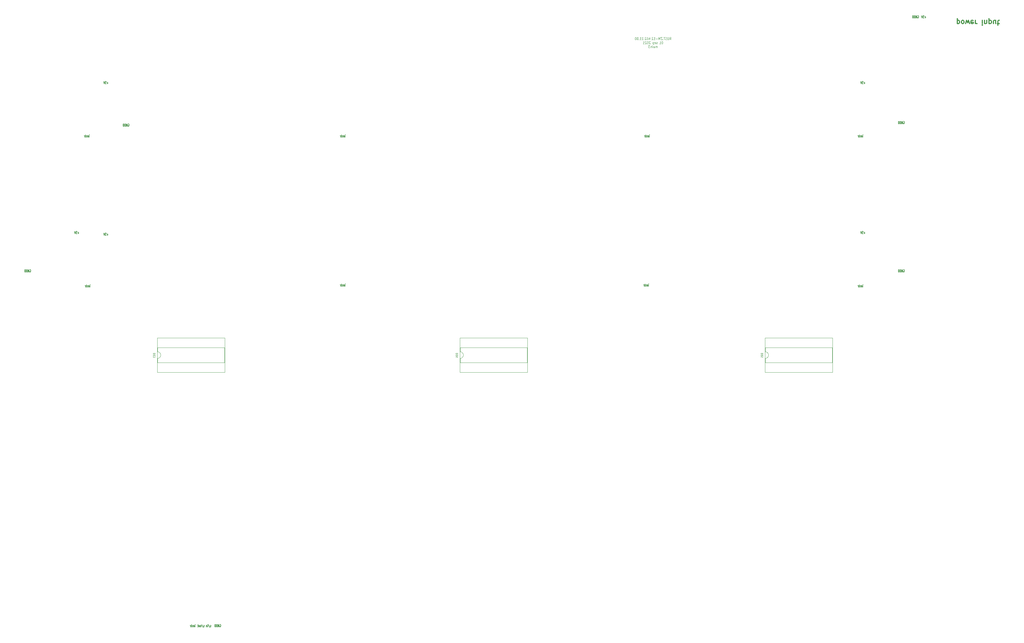
<source format=gbr>
%TF.GenerationSoftware,KiCad,Pcbnew,(5.99.0-12218-g749d2d5987)*%
%TF.CreationDate,2021-09-14T22:45:12+03:00*%
%TF.ProjectId,stend_main,7374656e-645f-46d6-9169-6e2e6b696361,rev*%
%TF.SameCoordinates,PX258bd10PYee998b0*%
%TF.FileFunction,Legend,Bot*%
%TF.FilePolarity,Positive*%
%FSLAX46Y46*%
G04 Gerber Fmt 4.6, Leading zero omitted, Abs format (unit mm)*
G04 Created by KiCad (PCBNEW (5.99.0-12218-g749d2d5987)) date 2021-09-14 22:45:12*
%MOMM*%
%LPD*%
G01*
G04 APERTURE LIST*
%ADD10C,0.127000*%
%ADD11C,0.076200*%
%ADD12C,0.300000*%
G04 APERTURE END LIST*
D10*
X22835809Y151547286D02*
X22835809Y152055286D01*
X22835809Y152309286D02*
X22860000Y152273000D01*
X22835809Y152236715D01*
X22811619Y152273000D01*
X22835809Y152309286D01*
X22835809Y152236715D01*
X22593904Y152055286D02*
X22593904Y151547286D01*
X22593904Y151982715D02*
X22569714Y152019000D01*
X22521333Y152055286D01*
X22448761Y152055286D01*
X22400380Y152019000D01*
X22376190Y151946429D01*
X22376190Y151547286D01*
X22158476Y151583572D02*
X22110095Y151547286D01*
X22013333Y151547286D01*
X21964952Y151583572D01*
X21940761Y151656143D01*
X21940761Y151692429D01*
X21964952Y151765000D01*
X22013333Y151801286D01*
X22085904Y151801286D01*
X22134285Y151837572D01*
X22158476Y151910143D01*
X22158476Y151946429D01*
X22134285Y152019000D01*
X22085904Y152055286D01*
X22013333Y152055286D01*
X21964952Y152019000D01*
X21795619Y152055286D02*
X21602095Y152055286D01*
X21723047Y152309286D02*
X21723047Y151656143D01*
X21698857Y151583572D01*
X21650476Y151547286D01*
X21602095Y151547286D01*
X21432761Y151547286D02*
X21432761Y152055286D01*
X21432761Y151910143D02*
X21408571Y151982715D01*
X21384380Y152019000D01*
X21336000Y152055286D01*
X21287619Y152055286D01*
X28593142Y168093572D02*
X28206095Y168093572D01*
X28399619Y167803286D02*
X28399619Y168383858D01*
X27722285Y168565286D02*
X27964190Y168565286D01*
X27988380Y168202429D01*
X27964190Y168238715D01*
X27915809Y168275000D01*
X27794857Y168275000D01*
X27746476Y168238715D01*
X27722285Y168202429D01*
X27698095Y168129858D01*
X27698095Y167948429D01*
X27722285Y167875858D01*
X27746476Y167839572D01*
X27794857Y167803286D01*
X27915809Y167803286D01*
X27964190Y167839572D01*
X27988380Y167875858D01*
X27552952Y168565286D02*
X27383619Y167803286D01*
X27214285Y168565286D01*
D11*
X199628880Y181222106D02*
X199840547Y181584963D01*
X199991738Y181222106D02*
X199991738Y181984106D01*
X199749833Y181984106D01*
X199689357Y181947820D01*
X199659119Y181911535D01*
X199628880Y181838963D01*
X199628880Y181730106D01*
X199659119Y181657535D01*
X199689357Y181621249D01*
X199749833Y181584963D01*
X199991738Y181584963D01*
X199356738Y181984106D02*
X199356738Y181367249D01*
X199326500Y181294678D01*
X199296261Y181258392D01*
X199235785Y181222106D01*
X199114833Y181222106D01*
X199054357Y181258392D01*
X199024119Y181294678D01*
X198993880Y181367249D01*
X198993880Y181984106D01*
X198721738Y181258392D02*
X198631023Y181222106D01*
X198479833Y181222106D01*
X198419357Y181258392D01*
X198389119Y181294678D01*
X198358880Y181367249D01*
X198358880Y181439820D01*
X198389119Y181512392D01*
X198419357Y181548678D01*
X198479833Y181584963D01*
X198600785Y181621249D01*
X198661261Y181657535D01*
X198691500Y181693820D01*
X198721738Y181766392D01*
X198721738Y181838963D01*
X198691500Y181911535D01*
X198661261Y181947820D01*
X198600785Y181984106D01*
X198449595Y181984106D01*
X198358880Y181947820D01*
X198177452Y181984106D02*
X197814595Y181984106D01*
X197996023Y181222106D02*
X197996023Y181984106D01*
X197602928Y181294678D02*
X197572690Y181258392D01*
X197602928Y181222106D01*
X197633166Y181258392D01*
X197602928Y181294678D01*
X197602928Y181222106D01*
X197361023Y181984106D02*
X196937690Y181984106D01*
X197361023Y181222106D01*
X196937690Y181222106D01*
X196695785Y181222106D02*
X196695785Y181984106D01*
X196484119Y181439820D01*
X196272452Y181984106D01*
X196272452Y181222106D01*
X195970071Y181512392D02*
X195486261Y181512392D01*
X194851261Y181222106D02*
X195214119Y181222106D01*
X195032690Y181222106D02*
X195032690Y181984106D01*
X195093166Y181875249D01*
X195153642Y181802678D01*
X195214119Y181766392D01*
X194609357Y181911535D02*
X194579119Y181947820D01*
X194518642Y181984106D01*
X194367452Y181984106D01*
X194306976Y181947820D01*
X194276738Y181911535D01*
X194246500Y181838963D01*
X194246500Y181766392D01*
X194276738Y181657535D01*
X194639595Y181222106D01*
X194246500Y181222106D01*
X193974357Y181294678D02*
X193944119Y181258392D01*
X193974357Y181222106D01*
X194004595Y181258392D01*
X193974357Y181294678D01*
X193974357Y181222106D01*
X193399833Y181730106D02*
X193399833Y181222106D01*
X193551023Y182020392D02*
X193702214Y181476106D01*
X193309119Y181476106D01*
X192946261Y181984106D02*
X192885785Y181984106D01*
X192825309Y181947820D01*
X192795071Y181911535D01*
X192764833Y181838963D01*
X192734595Y181693820D01*
X192734595Y181512392D01*
X192764833Y181367249D01*
X192795071Y181294678D01*
X192825309Y181258392D01*
X192885785Y181222106D01*
X192946261Y181222106D01*
X193006738Y181258392D01*
X193036976Y181294678D01*
X193067214Y181367249D01*
X193097452Y181512392D01*
X193097452Y181693820D01*
X193067214Y181838963D01*
X193036976Y181911535D01*
X193006738Y181947820D01*
X192946261Y181984106D01*
X192492690Y181911535D02*
X192462452Y181947820D01*
X192401976Y181984106D01*
X192250785Y181984106D01*
X192190309Y181947820D01*
X192160071Y181911535D01*
X192129833Y181838963D01*
X192129833Y181766392D01*
X192160071Y181657535D01*
X192522928Y181222106D01*
X192129833Y181222106D01*
X191857690Y181294678D02*
X191827452Y181258392D01*
X191857690Y181222106D01*
X191887928Y181258392D01*
X191857690Y181294678D01*
X191857690Y181222106D01*
X191222690Y181222106D02*
X191585547Y181222106D01*
X191404119Y181222106D02*
X191404119Y181984106D01*
X191464595Y181875249D01*
X191525071Y181802678D01*
X191585547Y181766392D01*
X190617928Y181222106D02*
X190980785Y181222106D01*
X190799357Y181222106D02*
X190799357Y181984106D01*
X190859833Y181875249D01*
X190920309Y181802678D01*
X190980785Y181766392D01*
X190345785Y181294678D02*
X190315547Y181258392D01*
X190345785Y181222106D01*
X190376023Y181258392D01*
X190345785Y181294678D01*
X190345785Y181222106D01*
X189922452Y181984106D02*
X189861976Y181984106D01*
X189801500Y181947820D01*
X189771261Y181911535D01*
X189741023Y181838963D01*
X189710785Y181693820D01*
X189710785Y181512392D01*
X189741023Y181367249D01*
X189771261Y181294678D01*
X189801500Y181258392D01*
X189861976Y181222106D01*
X189922452Y181222106D01*
X189982928Y181258392D01*
X190013166Y181294678D01*
X190043404Y181367249D01*
X190073642Y181512392D01*
X190073642Y181693820D01*
X190043404Y181838963D01*
X190013166Y181911535D01*
X189982928Y181947820D01*
X189922452Y181984106D01*
X189317690Y181984106D02*
X189257214Y181984106D01*
X189196738Y181947820D01*
X189166500Y181911535D01*
X189136261Y181838963D01*
X189106023Y181693820D01*
X189106023Y181512392D01*
X189136261Y181367249D01*
X189166500Y181294678D01*
X189196738Y181258392D01*
X189257214Y181222106D01*
X189317690Y181222106D01*
X189378166Y181258392D01*
X189408404Y181294678D01*
X189438642Y181367249D01*
X189468880Y181512392D01*
X189468880Y181693820D01*
X189438642Y181838963D01*
X189408404Y181911535D01*
X189378166Y181947820D01*
X189317690Y181984106D01*
X197406380Y180757286D02*
X197345904Y180757286D01*
X197285428Y180721000D01*
X197255190Y180684715D01*
X197224952Y180612143D01*
X197194714Y180467000D01*
X197194714Y180285572D01*
X197224952Y180140429D01*
X197255190Y180067858D01*
X197285428Y180031572D01*
X197345904Y179995286D01*
X197406380Y179995286D01*
X197466857Y180031572D01*
X197497095Y180067858D01*
X197527333Y180140429D01*
X197557571Y180285572D01*
X197557571Y180467000D01*
X197527333Y180612143D01*
X197497095Y180684715D01*
X197466857Y180721000D01*
X197406380Y180757286D01*
X196589952Y179995286D02*
X196952809Y179995286D01*
X196771380Y179995286D02*
X196771380Y180757286D01*
X196831857Y180648429D01*
X196892333Y180575858D01*
X196952809Y180539572D01*
X195864238Y180031572D02*
X195803761Y179995286D01*
X195682809Y179995286D01*
X195622333Y180031572D01*
X195592095Y180104143D01*
X195592095Y180140429D01*
X195622333Y180213000D01*
X195682809Y180249286D01*
X195773523Y180249286D01*
X195834000Y180285572D01*
X195864238Y180358143D01*
X195864238Y180394429D01*
X195834000Y180467000D01*
X195773523Y180503286D01*
X195682809Y180503286D01*
X195622333Y180467000D01*
X195078047Y180031572D02*
X195138523Y179995286D01*
X195259476Y179995286D01*
X195319952Y180031572D01*
X195350190Y180104143D01*
X195350190Y180394429D01*
X195319952Y180467000D01*
X195259476Y180503286D01*
X195138523Y180503286D01*
X195078047Y180467000D01*
X195047809Y180394429D01*
X195047809Y180321858D01*
X195350190Y180249286D01*
X194775666Y180503286D02*
X194775666Y179741286D01*
X194775666Y180467000D02*
X194715190Y180503286D01*
X194594238Y180503286D01*
X194533761Y180467000D01*
X194503523Y180430715D01*
X194473285Y180358143D01*
X194473285Y180140429D01*
X194503523Y180067858D01*
X194533761Y180031572D01*
X194594238Y179995286D01*
X194715190Y179995286D01*
X194775666Y180031572D01*
X193747571Y180684715D02*
X193717333Y180721000D01*
X193656857Y180757286D01*
X193505666Y180757286D01*
X193445190Y180721000D01*
X193414952Y180684715D01*
X193384714Y180612143D01*
X193384714Y180539572D01*
X193414952Y180430715D01*
X193777809Y179995286D01*
X193384714Y179995286D01*
X192991619Y180757286D02*
X192931142Y180757286D01*
X192870666Y180721000D01*
X192840428Y180684715D01*
X192810190Y180612143D01*
X192779952Y180467000D01*
X192779952Y180285572D01*
X192810190Y180140429D01*
X192840428Y180067858D01*
X192870666Y180031572D01*
X192931142Y179995286D01*
X192991619Y179995286D01*
X193052095Y180031572D01*
X193082333Y180067858D01*
X193112571Y180140429D01*
X193142809Y180285572D01*
X193142809Y180467000D01*
X193112571Y180612143D01*
X193082333Y180684715D01*
X193052095Y180721000D01*
X192991619Y180757286D01*
X192538047Y180684715D02*
X192507809Y180721000D01*
X192447333Y180757286D01*
X192296142Y180757286D01*
X192235666Y180721000D01*
X192205428Y180684715D01*
X192175190Y180612143D01*
X192175190Y180539572D01*
X192205428Y180430715D01*
X192568285Y179995286D01*
X192175190Y179995286D01*
X191570428Y179995286D02*
X191933285Y179995286D01*
X191751857Y179995286D02*
X191751857Y180757286D01*
X191812333Y180648429D01*
X191872809Y180575858D01*
X191933285Y180539572D01*
X195864238Y178768466D02*
X195864238Y179276466D01*
X195864238Y179203895D02*
X195834000Y179240180D01*
X195773523Y179276466D01*
X195682809Y179276466D01*
X195622333Y179240180D01*
X195592095Y179167609D01*
X195592095Y178768466D01*
X195592095Y179167609D02*
X195561857Y179240180D01*
X195501380Y179276466D01*
X195410666Y179276466D01*
X195350190Y179240180D01*
X195319952Y179167609D01*
X195319952Y178768466D01*
X194745428Y178768466D02*
X194745428Y179167609D01*
X194775666Y179240180D01*
X194836142Y179276466D01*
X194957095Y179276466D01*
X195017571Y179240180D01*
X194745428Y178804752D02*
X194805904Y178768466D01*
X194957095Y178768466D01*
X195017571Y178804752D01*
X195047809Y178877323D01*
X195047809Y178949895D01*
X195017571Y179022466D01*
X194957095Y179058752D01*
X194805904Y179058752D01*
X194745428Y179095038D01*
X194443047Y178768466D02*
X194443047Y179276466D01*
X194443047Y179530466D02*
X194473285Y179494180D01*
X194443047Y179457895D01*
X194412809Y179494180D01*
X194443047Y179530466D01*
X194443047Y179457895D01*
X194140666Y179276466D02*
X194140666Y178768466D01*
X194140666Y179203895D02*
X194110428Y179240180D01*
X194049952Y179276466D01*
X193959238Y179276466D01*
X193898761Y179240180D01*
X193868523Y179167609D01*
X193868523Y178768466D01*
X193626619Y179530466D02*
X193233523Y179530466D01*
X193445190Y179240180D01*
X193354476Y179240180D01*
X193294000Y179203895D01*
X193263761Y179167609D01*
X193233523Y179095038D01*
X193233523Y178913609D01*
X193263761Y178841038D01*
X193294000Y178804752D01*
X193354476Y178768466D01*
X193535904Y178768466D01*
X193596380Y178804752D01*
X193626619Y178841038D01*
D10*
X28593142Y121865572D02*
X28206095Y121865572D01*
X28399619Y121575286D02*
X28399619Y122155858D01*
X27722285Y122337286D02*
X27964190Y122337286D01*
X27988380Y121974429D01*
X27964190Y122010715D01*
X27915809Y122047000D01*
X27794857Y122047000D01*
X27746476Y122010715D01*
X27722285Y121974429D01*
X27698095Y121901858D01*
X27698095Y121720429D01*
X27722285Y121647858D01*
X27746476Y121611572D01*
X27794857Y121575286D01*
X27915809Y121575286D01*
X27964190Y121611572D01*
X27988380Y121647858D01*
X27552952Y122337286D02*
X27383619Y121575286D01*
X27214285Y122337286D01*
X55093809Y2195286D02*
X55093809Y2703286D01*
X55093809Y2957286D02*
X55118000Y2921000D01*
X55093809Y2884715D01*
X55069619Y2921000D01*
X55093809Y2957286D01*
X55093809Y2884715D01*
X54851904Y2703286D02*
X54851904Y2195286D01*
X54851904Y2630715D02*
X54827714Y2667000D01*
X54779333Y2703286D01*
X54706761Y2703286D01*
X54658380Y2667000D01*
X54634190Y2594429D01*
X54634190Y2195286D01*
X54416476Y2231572D02*
X54368095Y2195286D01*
X54271333Y2195286D01*
X54222952Y2231572D01*
X54198761Y2304143D01*
X54198761Y2340429D01*
X54222952Y2413000D01*
X54271333Y2449286D01*
X54343904Y2449286D01*
X54392285Y2485572D01*
X54416476Y2558143D01*
X54416476Y2594429D01*
X54392285Y2667000D01*
X54343904Y2703286D01*
X54271333Y2703286D01*
X54222952Y2667000D01*
X54053619Y2703286D02*
X53860095Y2703286D01*
X53981047Y2957286D02*
X53981047Y2304143D01*
X53956857Y2231572D01*
X53908476Y2195286D01*
X53860095Y2195286D01*
X53690761Y2195286D02*
X53690761Y2703286D01*
X53690761Y2558143D02*
X53666571Y2630715D01*
X53642380Y2667000D01*
X53594000Y2703286D01*
X53545619Y2703286D01*
X34677047Y155575000D02*
X34725428Y155611286D01*
X34798000Y155611286D01*
X34870571Y155575000D01*
X34918952Y155502429D01*
X34943142Y155429858D01*
X34967333Y155284715D01*
X34967333Y155175858D01*
X34943142Y155030715D01*
X34918952Y154958143D01*
X34870571Y154885572D01*
X34798000Y154849286D01*
X34749619Y154849286D01*
X34677047Y154885572D01*
X34652857Y154921858D01*
X34652857Y155175858D01*
X34749619Y155175858D01*
X34435142Y154849286D02*
X34435142Y155611286D01*
X34144857Y154849286D01*
X34144857Y155611286D01*
X33902952Y154849286D02*
X33902952Y155611286D01*
X33782000Y155611286D01*
X33709428Y155575000D01*
X33661047Y155502429D01*
X33636857Y155429858D01*
X33612666Y155284715D01*
X33612666Y155175858D01*
X33636857Y155030715D01*
X33661047Y154958143D01*
X33709428Y154885572D01*
X33782000Y154849286D01*
X33902952Y154849286D01*
X33394952Y154849286D02*
X33394952Y155611286D01*
X33274000Y155611286D01*
X33201428Y155575000D01*
X33153047Y155502429D01*
X33128857Y155429858D01*
X33104666Y155284715D01*
X33104666Y155175858D01*
X33128857Y155030715D01*
X33153047Y154958143D01*
X33201428Y154885572D01*
X33274000Y154849286D01*
X33394952Y154849286D01*
X258547809Y151547286D02*
X258547809Y152055286D01*
X258547809Y152309286D02*
X258572000Y152273000D01*
X258547809Y152236715D01*
X258523619Y152273000D01*
X258547809Y152309286D01*
X258547809Y152236715D01*
X258305904Y152055286D02*
X258305904Y151547286D01*
X258305904Y151982715D02*
X258281714Y152019000D01*
X258233333Y152055286D01*
X258160761Y152055286D01*
X258112380Y152019000D01*
X258088190Y151946429D01*
X258088190Y151547286D01*
X257870476Y151583572D02*
X257822095Y151547286D01*
X257725333Y151547286D01*
X257676952Y151583572D01*
X257652761Y151656143D01*
X257652761Y151692429D01*
X257676952Y151765000D01*
X257725333Y151801286D01*
X257797904Y151801286D01*
X257846285Y151837572D01*
X257870476Y151910143D01*
X257870476Y151946429D01*
X257846285Y152019000D01*
X257797904Y152055286D01*
X257725333Y152055286D01*
X257676952Y152019000D01*
X257507619Y152055286D02*
X257314095Y152055286D01*
X257435047Y152309286D02*
X257435047Y151656143D01*
X257410857Y151583572D01*
X257362476Y151547286D01*
X257314095Y151547286D01*
X257144761Y151547286D02*
X257144761Y152055286D01*
X257144761Y151910143D02*
X257120571Y151982715D01*
X257096380Y152019000D01*
X257048000Y152055286D01*
X256999619Y152055286D01*
X259225142Y122373572D02*
X258838095Y122373572D01*
X259031619Y122083286D02*
X259031619Y122663858D01*
X258354285Y122845286D02*
X258596190Y122845286D01*
X258620380Y122482429D01*
X258596190Y122518715D01*
X258547809Y122555000D01*
X258426857Y122555000D01*
X258378476Y122518715D01*
X258354285Y122482429D01*
X258330095Y122409858D01*
X258330095Y122228429D01*
X258354285Y122155858D01*
X258378476Y122119572D01*
X258426857Y122083286D01*
X258547809Y122083286D01*
X258596190Y122119572D01*
X258620380Y122155858D01*
X258184952Y122845286D02*
X258015619Y122083286D01*
X257846285Y122845286D01*
X62617047Y2921000D02*
X62665428Y2957286D01*
X62738000Y2957286D01*
X62810571Y2921000D01*
X62858952Y2848429D01*
X62883142Y2775858D01*
X62907333Y2630715D01*
X62907333Y2521858D01*
X62883142Y2376715D01*
X62858952Y2304143D01*
X62810571Y2231572D01*
X62738000Y2195286D01*
X62689619Y2195286D01*
X62617047Y2231572D01*
X62592857Y2267858D01*
X62592857Y2521858D01*
X62689619Y2521858D01*
X62375142Y2195286D02*
X62375142Y2957286D01*
X62084857Y2195286D01*
X62084857Y2957286D01*
X61842952Y2195286D02*
X61842952Y2957286D01*
X61722000Y2957286D01*
X61649428Y2921000D01*
X61601047Y2848429D01*
X61576857Y2775858D01*
X61552666Y2630715D01*
X61552666Y2521858D01*
X61576857Y2376715D01*
X61601047Y2304143D01*
X61649428Y2231572D01*
X61722000Y2195286D01*
X61842952Y2195286D01*
X61334952Y2195286D02*
X61334952Y2957286D01*
X61214000Y2957286D01*
X61141428Y2921000D01*
X61093047Y2848429D01*
X61068857Y2775858D01*
X61044666Y2630715D01*
X61044666Y2521858D01*
X61068857Y2376715D01*
X61093047Y2304143D01*
X61141428Y2231572D01*
X61214000Y2195286D01*
X61334952Y2195286D01*
X100813809Y151547286D02*
X100813809Y152055286D01*
X100813809Y152309286D02*
X100838000Y152273000D01*
X100813809Y152236715D01*
X100789619Y152273000D01*
X100813809Y152309286D01*
X100813809Y152236715D01*
X100571904Y152055286D02*
X100571904Y151547286D01*
X100571904Y151982715D02*
X100547714Y152019000D01*
X100499333Y152055286D01*
X100426761Y152055286D01*
X100378380Y152019000D01*
X100354190Y151946429D01*
X100354190Y151547286D01*
X100136476Y151583572D02*
X100088095Y151547286D01*
X99991333Y151547286D01*
X99942952Y151583572D01*
X99918761Y151656143D01*
X99918761Y151692429D01*
X99942952Y151765000D01*
X99991333Y151801286D01*
X100063904Y151801286D01*
X100112285Y151837572D01*
X100136476Y151910143D01*
X100136476Y151946429D01*
X100112285Y152019000D01*
X100063904Y152055286D01*
X99991333Y152055286D01*
X99942952Y152019000D01*
X99773619Y152055286D02*
X99580095Y152055286D01*
X99701047Y152309286D02*
X99701047Y151656143D01*
X99676857Y151583572D01*
X99628476Y151547286D01*
X99580095Y151547286D01*
X99410761Y151547286D02*
X99410761Y152055286D01*
X99410761Y151910143D02*
X99386571Y151982715D01*
X99362380Y152019000D01*
X99314000Y152055286D01*
X99265619Y152055286D01*
X19703142Y122373572D02*
X19316095Y122373572D01*
X19509619Y122083286D02*
X19509619Y122663858D01*
X18832285Y122845286D02*
X19074190Y122845286D01*
X19098380Y122482429D01*
X19074190Y122518715D01*
X19025809Y122555000D01*
X18904857Y122555000D01*
X18856476Y122518715D01*
X18832285Y122482429D01*
X18808095Y122409858D01*
X18808095Y122228429D01*
X18832285Y122155858D01*
X18856476Y122119572D01*
X18904857Y122083286D01*
X19025809Y122083286D01*
X19074190Y122119572D01*
X19098380Y122155858D01*
X18662952Y122845286D02*
X18493619Y122083286D01*
X18324285Y122845286D01*
D12*
X287288285Y186160572D02*
X287288285Y187660572D01*
X287288285Y186232000D02*
X287431142Y186160572D01*
X287716857Y186160572D01*
X287859714Y186232000D01*
X287931142Y186303429D01*
X288002571Y186446286D01*
X288002571Y186874858D01*
X287931142Y187017715D01*
X287859714Y187089143D01*
X287716857Y187160572D01*
X287431142Y187160572D01*
X287288285Y187089143D01*
X288859714Y187160572D02*
X288716857Y187089143D01*
X288645428Y187017715D01*
X288574000Y186874858D01*
X288574000Y186446286D01*
X288645428Y186303429D01*
X288716857Y186232000D01*
X288859714Y186160572D01*
X289074000Y186160572D01*
X289216857Y186232000D01*
X289288285Y186303429D01*
X289359714Y186446286D01*
X289359714Y186874858D01*
X289288285Y187017715D01*
X289216857Y187089143D01*
X289074000Y187160572D01*
X288859714Y187160572D01*
X289859714Y186160572D02*
X290145428Y187160572D01*
X290431142Y186446286D01*
X290716857Y187160572D01*
X291002571Y186160572D01*
X292145428Y187089143D02*
X292002571Y187160572D01*
X291716857Y187160572D01*
X291574000Y187089143D01*
X291502571Y186946286D01*
X291502571Y186374858D01*
X291574000Y186232000D01*
X291716857Y186160572D01*
X292002571Y186160572D01*
X292145428Y186232000D01*
X292216857Y186374858D01*
X292216857Y186517715D01*
X291502571Y186660572D01*
X292859714Y187160572D02*
X292859714Y186160572D01*
X292859714Y186446286D02*
X292931142Y186303429D01*
X293002571Y186232000D01*
X293145428Y186160572D01*
X293288285Y186160572D01*
X294931142Y187160572D02*
X294931142Y186160572D01*
X294931142Y185660572D02*
X294859714Y185732000D01*
X294931142Y185803429D01*
X295002571Y185732000D01*
X294931142Y185660572D01*
X294931142Y185803429D01*
X295645428Y186160572D02*
X295645428Y187160572D01*
X295645428Y186303429D02*
X295716857Y186232000D01*
X295859714Y186160572D01*
X296074000Y186160572D01*
X296216857Y186232000D01*
X296288285Y186374858D01*
X296288285Y187160572D01*
X297002571Y186160572D02*
X297002571Y187660572D01*
X297002571Y186232000D02*
X297145428Y186160572D01*
X297431142Y186160572D01*
X297574000Y186232000D01*
X297645428Y186303429D01*
X297716857Y186446286D01*
X297716857Y186874858D01*
X297645428Y187017715D01*
X297574000Y187089143D01*
X297431142Y187160572D01*
X297145428Y187160572D01*
X297002571Y187089143D01*
X299002571Y186160572D02*
X299002571Y187160572D01*
X298359714Y186160572D02*
X298359714Y186946286D01*
X298431142Y187089143D01*
X298574000Y187160572D01*
X298788285Y187160572D01*
X298931142Y187089143D01*
X299002571Y187017715D01*
X299502571Y186160572D02*
X300074000Y186160572D01*
X299716857Y185660572D02*
X299716857Y186946286D01*
X299788285Y187089143D01*
X299931142Y187160572D01*
X300074000Y187160572D01*
D10*
X100813809Y106081286D02*
X100813809Y106589286D01*
X100813809Y106843286D02*
X100838000Y106807000D01*
X100813809Y106770715D01*
X100789619Y106807000D01*
X100813809Y106843286D01*
X100813809Y106770715D01*
X100571904Y106589286D02*
X100571904Y106081286D01*
X100571904Y106516715D02*
X100547714Y106553000D01*
X100499333Y106589286D01*
X100426761Y106589286D01*
X100378380Y106553000D01*
X100354190Y106480429D01*
X100354190Y106081286D01*
X100136476Y106117572D02*
X100088095Y106081286D01*
X99991333Y106081286D01*
X99942952Y106117572D01*
X99918761Y106190143D01*
X99918761Y106226429D01*
X99942952Y106299000D01*
X99991333Y106335286D01*
X100063904Y106335286D01*
X100112285Y106371572D01*
X100136476Y106444143D01*
X100136476Y106480429D01*
X100112285Y106553000D01*
X100063904Y106589286D01*
X99991333Y106589286D01*
X99942952Y106553000D01*
X99773619Y106589286D02*
X99580095Y106589286D01*
X99701047Y106843286D02*
X99701047Y106190143D01*
X99676857Y106117572D01*
X99628476Y106081286D01*
X99580095Y106081286D01*
X99410761Y106081286D02*
X99410761Y106589286D01*
X99410761Y106444143D02*
X99386571Y106516715D01*
X99362380Y106553000D01*
X99314000Y106589286D01*
X99265619Y106589286D01*
X193523809Y151547286D02*
X193523809Y152055286D01*
X193523809Y152309286D02*
X193548000Y152273000D01*
X193523809Y152236715D01*
X193499619Y152273000D01*
X193523809Y152309286D01*
X193523809Y152236715D01*
X193281904Y152055286D02*
X193281904Y151547286D01*
X193281904Y151982715D02*
X193257714Y152019000D01*
X193209333Y152055286D01*
X193136761Y152055286D01*
X193088380Y152019000D01*
X193064190Y151946429D01*
X193064190Y151547286D01*
X192846476Y151583572D02*
X192798095Y151547286D01*
X192701333Y151547286D01*
X192652952Y151583572D01*
X192628761Y151656143D01*
X192628761Y151692429D01*
X192652952Y151765000D01*
X192701333Y151801286D01*
X192773904Y151801286D01*
X192822285Y151837572D01*
X192846476Y151910143D01*
X192846476Y151946429D01*
X192822285Y152019000D01*
X192773904Y152055286D01*
X192701333Y152055286D01*
X192652952Y152019000D01*
X192483619Y152055286D02*
X192290095Y152055286D01*
X192411047Y152309286D02*
X192411047Y151656143D01*
X192386857Y151583572D01*
X192338476Y151547286D01*
X192290095Y151547286D01*
X192120761Y151547286D02*
X192120761Y152055286D01*
X192120761Y151910143D02*
X192096571Y151982715D01*
X192072380Y152019000D01*
X192024000Y152055286D01*
X191975619Y152055286D01*
X277767142Y188159572D02*
X277380095Y188159572D01*
X277573619Y187869286D02*
X277573619Y188449858D01*
X276896285Y188631286D02*
X277138190Y188631286D01*
X277162380Y188268429D01*
X277138190Y188304715D01*
X277089809Y188341000D01*
X276968857Y188341000D01*
X276920476Y188304715D01*
X276896285Y188268429D01*
X276872095Y188195858D01*
X276872095Y188014429D01*
X276896285Y187941858D01*
X276920476Y187905572D01*
X276968857Y187869286D01*
X277089809Y187869286D01*
X277138190Y187905572D01*
X277162380Y187941858D01*
X276726952Y188631286D02*
X276557619Y187869286D01*
X276388285Y188631286D01*
X193269809Y106081286D02*
X193269809Y106589286D01*
X193269809Y106843286D02*
X193294000Y106807000D01*
X193269809Y106770715D01*
X193245619Y106807000D01*
X193269809Y106843286D01*
X193269809Y106770715D01*
X193027904Y106589286D02*
X193027904Y106081286D01*
X193027904Y106516715D02*
X193003714Y106553000D01*
X192955333Y106589286D01*
X192882761Y106589286D01*
X192834380Y106553000D01*
X192810190Y106480429D01*
X192810190Y106081286D01*
X192592476Y106117572D02*
X192544095Y106081286D01*
X192447333Y106081286D01*
X192398952Y106117572D01*
X192374761Y106190143D01*
X192374761Y106226429D01*
X192398952Y106299000D01*
X192447333Y106335286D01*
X192519904Y106335286D01*
X192568285Y106371572D01*
X192592476Y106444143D01*
X192592476Y106480429D01*
X192568285Y106553000D01*
X192519904Y106589286D01*
X192447333Y106589286D01*
X192398952Y106553000D01*
X192229619Y106589286D02*
X192036095Y106589286D01*
X192157047Y106843286D02*
X192157047Y106190143D01*
X192132857Y106117572D01*
X192084476Y106081286D01*
X192036095Y106081286D01*
X191866761Y106081286D02*
X191866761Y106589286D01*
X191866761Y106444143D02*
X191842571Y106516715D01*
X191818380Y106553000D01*
X191770000Y106589286D01*
X191721619Y106589286D01*
X57875714Y2231572D02*
X57827333Y2195286D01*
X57730571Y2195286D01*
X57682190Y2231572D01*
X57658000Y2304143D01*
X57658000Y2340429D01*
X57682190Y2413000D01*
X57730571Y2449286D01*
X57803142Y2449286D01*
X57851523Y2485572D01*
X57875714Y2558143D01*
X57875714Y2594429D01*
X57851523Y2667000D01*
X57803142Y2703286D01*
X57730571Y2703286D01*
X57682190Y2667000D01*
X57077428Y2993572D02*
X57512857Y2013858D01*
X56835523Y2195286D02*
X56883904Y2231572D01*
X56908095Y2267858D01*
X56932285Y2340429D01*
X56932285Y2558143D01*
X56908095Y2630715D01*
X56883904Y2667000D01*
X56835523Y2703286D01*
X56762952Y2703286D01*
X56714571Y2667000D01*
X56690380Y2630715D01*
X56666190Y2558143D01*
X56666190Y2340429D01*
X56690380Y2267858D01*
X56714571Y2231572D01*
X56762952Y2195286D01*
X56835523Y2195286D01*
X56230761Y2703286D02*
X56230761Y2195286D01*
X56448476Y2703286D02*
X56448476Y2304143D01*
X56424285Y2231572D01*
X56375904Y2195286D01*
X56303333Y2195286D01*
X56254952Y2231572D01*
X56230761Y2267858D01*
X56061428Y2703286D02*
X55867904Y2703286D01*
X55988857Y2957286D02*
X55988857Y2304143D01*
X55964666Y2231572D01*
X55916285Y2195286D01*
X55867904Y2195286D01*
X259225142Y168093572D02*
X258838095Y168093572D01*
X259031619Y167803286D02*
X259031619Y168383858D01*
X258354285Y168565286D02*
X258596190Y168565286D01*
X258620380Y168202429D01*
X258596190Y168238715D01*
X258547809Y168275000D01*
X258426857Y168275000D01*
X258378476Y168238715D01*
X258354285Y168202429D01*
X258330095Y168129858D01*
X258330095Y167948429D01*
X258354285Y167875858D01*
X258378476Y167839572D01*
X258426857Y167803286D01*
X258547809Y167803286D01*
X258596190Y167839572D01*
X258620380Y167875858D01*
X258184952Y168565286D02*
X258015619Y167803286D01*
X257846285Y168565286D01*
X23089809Y105827286D02*
X23089809Y106335286D01*
X23089809Y106589286D02*
X23114000Y106553000D01*
X23089809Y106516715D01*
X23065619Y106553000D01*
X23089809Y106589286D01*
X23089809Y106516715D01*
X22847904Y106335286D02*
X22847904Y105827286D01*
X22847904Y106262715D02*
X22823714Y106299000D01*
X22775333Y106335286D01*
X22702761Y106335286D01*
X22654380Y106299000D01*
X22630190Y106226429D01*
X22630190Y105827286D01*
X22412476Y105863572D02*
X22364095Y105827286D01*
X22267333Y105827286D01*
X22218952Y105863572D01*
X22194761Y105936143D01*
X22194761Y105972429D01*
X22218952Y106045000D01*
X22267333Y106081286D01*
X22339904Y106081286D01*
X22388285Y106117572D01*
X22412476Y106190143D01*
X22412476Y106226429D01*
X22388285Y106299000D01*
X22339904Y106335286D01*
X22267333Y106335286D01*
X22218952Y106299000D01*
X22049619Y106335286D02*
X21856095Y106335286D01*
X21977047Y106589286D02*
X21977047Y105936143D01*
X21952857Y105863572D01*
X21904476Y105827286D01*
X21856095Y105827286D01*
X21686761Y105827286D02*
X21686761Y106335286D01*
X21686761Y106190143D02*
X21662571Y106262715D01*
X21638380Y106299000D01*
X21590000Y106335286D01*
X21541619Y106335286D01*
X59907714Y2231572D02*
X59859333Y2195286D01*
X59762571Y2195286D01*
X59714190Y2231572D01*
X59690000Y2304143D01*
X59690000Y2340429D01*
X59714190Y2413000D01*
X59762571Y2449286D01*
X59835142Y2449286D01*
X59883523Y2485572D01*
X59907714Y2558143D01*
X59907714Y2594429D01*
X59883523Y2667000D01*
X59835142Y2703286D01*
X59762571Y2703286D01*
X59714190Y2667000D01*
X59109428Y2993572D02*
X59544857Y2013858D01*
X58940095Y2195286D02*
X58940095Y2703286D01*
X58940095Y2957286D02*
X58964285Y2921000D01*
X58940095Y2884715D01*
X58915904Y2921000D01*
X58940095Y2957286D01*
X58940095Y2884715D01*
X58698190Y2703286D02*
X58698190Y2195286D01*
X58698190Y2630715D02*
X58674000Y2667000D01*
X58625619Y2703286D01*
X58553047Y2703286D01*
X58504666Y2667000D01*
X58480476Y2594429D01*
X58480476Y2195286D01*
X4705047Y111125000D02*
X4753428Y111161286D01*
X4826000Y111161286D01*
X4898571Y111125000D01*
X4946952Y111052429D01*
X4971142Y110979858D01*
X4995333Y110834715D01*
X4995333Y110725858D01*
X4971142Y110580715D01*
X4946952Y110508143D01*
X4898571Y110435572D01*
X4826000Y110399286D01*
X4777619Y110399286D01*
X4705047Y110435572D01*
X4680857Y110471858D01*
X4680857Y110725858D01*
X4777619Y110725858D01*
X4463142Y110399286D02*
X4463142Y111161286D01*
X4172857Y110399286D01*
X4172857Y111161286D01*
X3930952Y110399286D02*
X3930952Y111161286D01*
X3810000Y111161286D01*
X3737428Y111125000D01*
X3689047Y111052429D01*
X3664857Y110979858D01*
X3640666Y110834715D01*
X3640666Y110725858D01*
X3664857Y110580715D01*
X3689047Y110508143D01*
X3737428Y110435572D01*
X3810000Y110399286D01*
X3930952Y110399286D01*
X3422952Y110399286D02*
X3422952Y111161286D01*
X3302000Y111161286D01*
X3229428Y111125000D01*
X3181047Y111052429D01*
X3156857Y110979858D01*
X3132666Y110834715D01*
X3132666Y110725858D01*
X3156857Y110580715D01*
X3181047Y110508143D01*
X3229428Y110435572D01*
X3302000Y110399286D01*
X3422952Y110399286D01*
X275215047Y188595000D02*
X275263428Y188631286D01*
X275336000Y188631286D01*
X275408571Y188595000D01*
X275456952Y188522429D01*
X275481142Y188449858D01*
X275505333Y188304715D01*
X275505333Y188195858D01*
X275481142Y188050715D01*
X275456952Y187978143D01*
X275408571Y187905572D01*
X275336000Y187869286D01*
X275287619Y187869286D01*
X275215047Y187905572D01*
X275190857Y187941858D01*
X275190857Y188195858D01*
X275287619Y188195858D01*
X274973142Y187869286D02*
X274973142Y188631286D01*
X274682857Y187869286D01*
X274682857Y188631286D01*
X274440952Y187869286D02*
X274440952Y188631286D01*
X274320000Y188631286D01*
X274247428Y188595000D01*
X274199047Y188522429D01*
X274174857Y188449858D01*
X274150666Y188304715D01*
X274150666Y188195858D01*
X274174857Y188050715D01*
X274199047Y187978143D01*
X274247428Y187905572D01*
X274320000Y187869286D01*
X274440952Y187869286D01*
X273932952Y187869286D02*
X273932952Y188631286D01*
X273812000Y188631286D01*
X273739428Y188595000D01*
X273691047Y188522429D01*
X273666857Y188449858D01*
X273642666Y188304715D01*
X273642666Y188195858D01*
X273666857Y188050715D01*
X273691047Y187978143D01*
X273739428Y187905572D01*
X273812000Y187869286D01*
X273932952Y187869286D01*
X270897047Y156337000D02*
X270945428Y156373286D01*
X271018000Y156373286D01*
X271090571Y156337000D01*
X271138952Y156264429D01*
X271163142Y156191858D01*
X271187333Y156046715D01*
X271187333Y155937858D01*
X271163142Y155792715D01*
X271138952Y155720143D01*
X271090571Y155647572D01*
X271018000Y155611286D01*
X270969619Y155611286D01*
X270897047Y155647572D01*
X270872857Y155683858D01*
X270872857Y155937858D01*
X270969619Y155937858D01*
X270655142Y155611286D02*
X270655142Y156373286D01*
X270364857Y155611286D01*
X270364857Y156373286D01*
X270122952Y155611286D02*
X270122952Y156373286D01*
X270002000Y156373286D01*
X269929428Y156337000D01*
X269881047Y156264429D01*
X269856857Y156191858D01*
X269832666Y156046715D01*
X269832666Y155937858D01*
X269856857Y155792715D01*
X269881047Y155720143D01*
X269929428Y155647572D01*
X270002000Y155611286D01*
X270122952Y155611286D01*
X269614952Y155611286D02*
X269614952Y156373286D01*
X269494000Y156373286D01*
X269421428Y156337000D01*
X269373047Y156264429D01*
X269348857Y156191858D01*
X269324666Y156046715D01*
X269324666Y155937858D01*
X269348857Y155792715D01*
X269373047Y155720143D01*
X269421428Y155647572D01*
X269494000Y155611286D01*
X269614952Y155611286D01*
X258547809Y105827286D02*
X258547809Y106335286D01*
X258547809Y106589286D02*
X258572000Y106553000D01*
X258547809Y106516715D01*
X258523619Y106553000D01*
X258547809Y106589286D01*
X258547809Y106516715D01*
X258305904Y106335286D02*
X258305904Y105827286D01*
X258305904Y106262715D02*
X258281714Y106299000D01*
X258233333Y106335286D01*
X258160761Y106335286D01*
X258112380Y106299000D01*
X258088190Y106226429D01*
X258088190Y105827286D01*
X257870476Y105863572D02*
X257822095Y105827286D01*
X257725333Y105827286D01*
X257676952Y105863572D01*
X257652761Y105936143D01*
X257652761Y105972429D01*
X257676952Y106045000D01*
X257725333Y106081286D01*
X257797904Y106081286D01*
X257846285Y106117572D01*
X257870476Y106190143D01*
X257870476Y106226429D01*
X257846285Y106299000D01*
X257797904Y106335286D01*
X257725333Y106335286D01*
X257676952Y106299000D01*
X257507619Y106335286D02*
X257314095Y106335286D01*
X257435047Y106589286D02*
X257435047Y105936143D01*
X257410857Y105863572D01*
X257362476Y105827286D01*
X257314095Y105827286D01*
X257144761Y105827286D02*
X257144761Y106335286D01*
X257144761Y106190143D02*
X257120571Y106262715D01*
X257096380Y106299000D01*
X257048000Y106335286D01*
X256999619Y106335286D01*
X270897047Y111125000D02*
X270945428Y111161286D01*
X271018000Y111161286D01*
X271090571Y111125000D01*
X271138952Y111052429D01*
X271163142Y110979858D01*
X271187333Y110834715D01*
X271187333Y110725858D01*
X271163142Y110580715D01*
X271138952Y110508143D01*
X271090571Y110435572D01*
X271018000Y110399286D01*
X270969619Y110399286D01*
X270897047Y110435572D01*
X270872857Y110471858D01*
X270872857Y110725858D01*
X270969619Y110725858D01*
X270655142Y110399286D02*
X270655142Y111161286D01*
X270364857Y110399286D01*
X270364857Y111161286D01*
X270122952Y110399286D02*
X270122952Y111161286D01*
X270002000Y111161286D01*
X269929428Y111125000D01*
X269881047Y111052429D01*
X269856857Y110979858D01*
X269832666Y110834715D01*
X269832666Y110725858D01*
X269856857Y110580715D01*
X269881047Y110508143D01*
X269929428Y110435572D01*
X270002000Y110399286D01*
X270122952Y110399286D01*
X269614952Y110399286D02*
X269614952Y111161286D01*
X269494000Y111161286D01*
X269421428Y111125000D01*
X269373047Y111052429D01*
X269348857Y110979858D01*
X269324666Y110834715D01*
X269324666Y110725858D01*
X269348857Y110580715D01*
X269373047Y110508143D01*
X269421428Y110435572D01*
X269494000Y110399286D01*
X269614952Y110399286D01*
D11*
%TO.C,DD5*%
X228081261Y85708953D02*
X227446261Y85708953D01*
X227446261Y85588000D01*
X227476500Y85515429D01*
X227536976Y85467048D01*
X227597452Y85442858D01*
X227718404Y85418667D01*
X227809119Y85418667D01*
X227930071Y85442858D01*
X227990547Y85467048D01*
X228051023Y85515429D01*
X228081261Y85588000D01*
X228081261Y85708953D01*
X228081261Y85200953D02*
X227446261Y85200953D01*
X227446261Y85080000D01*
X227476500Y85007429D01*
X227536976Y84959048D01*
X227597452Y84934858D01*
X227718404Y84910667D01*
X227809119Y84910667D01*
X227930071Y84934858D01*
X227990547Y84959048D01*
X228051023Y85007429D01*
X228081261Y85080000D01*
X228081261Y85200953D01*
X227446261Y84451048D02*
X227446261Y84692953D01*
X227748642Y84717143D01*
X227718404Y84692953D01*
X227688166Y84644572D01*
X227688166Y84523620D01*
X227718404Y84475239D01*
X227748642Y84451048D01*
X227809119Y84426858D01*
X227960309Y84426858D01*
X228020785Y84451048D01*
X228051023Y84475239D01*
X228081261Y84523620D01*
X228081261Y84644572D01*
X228051023Y84692953D01*
X228020785Y84717143D01*
%TO.C,DD3*%
X42905261Y85708953D02*
X42270261Y85708953D01*
X42270261Y85588000D01*
X42300500Y85515429D01*
X42360976Y85467048D01*
X42421452Y85442858D01*
X42542404Y85418667D01*
X42633119Y85418667D01*
X42754071Y85442858D01*
X42814547Y85467048D01*
X42875023Y85515429D01*
X42905261Y85588000D01*
X42905261Y85708953D01*
X42905261Y85200953D02*
X42270261Y85200953D01*
X42270261Y85080000D01*
X42300500Y85007429D01*
X42360976Y84959048D01*
X42421452Y84934858D01*
X42542404Y84910667D01*
X42633119Y84910667D01*
X42754071Y84934858D01*
X42814547Y84959048D01*
X42875023Y85007429D01*
X42905261Y85080000D01*
X42905261Y85200953D01*
X42270261Y84741334D02*
X42270261Y84426858D01*
X42512166Y84596191D01*
X42512166Y84523620D01*
X42542404Y84475239D01*
X42572642Y84451048D01*
X42633119Y84426858D01*
X42784309Y84426858D01*
X42844785Y84451048D01*
X42875023Y84475239D01*
X42905261Y84523620D01*
X42905261Y84668762D01*
X42875023Y84717143D01*
X42844785Y84741334D01*
%TO.C,DD4*%
X135107261Y85708953D02*
X134472261Y85708953D01*
X134472261Y85588000D01*
X134502500Y85515429D01*
X134562976Y85467048D01*
X134623452Y85442858D01*
X134744404Y85418667D01*
X134835119Y85418667D01*
X134956071Y85442858D01*
X135016547Y85467048D01*
X135077023Y85515429D01*
X135107261Y85588000D01*
X135107261Y85708953D01*
X135107261Y85200953D02*
X134472261Y85200953D01*
X134472261Y85080000D01*
X134502500Y85007429D01*
X134562976Y84959048D01*
X134623452Y84934858D01*
X134744404Y84910667D01*
X134835119Y84910667D01*
X134956071Y84934858D01*
X135016547Y84959048D01*
X135077023Y85007429D01*
X135107261Y85080000D01*
X135107261Y85200953D01*
X134683928Y84475239D02*
X135107261Y84475239D01*
X134442023Y84596191D02*
X134895595Y84717143D01*
X134895595Y84402667D01*
%TO.C,DD5*%
X249294000Y79830000D02*
X228734000Y79830000D01*
X249294000Y90330000D02*
X249294000Y79830000D01*
X249234000Y87330000D02*
X249234000Y82830000D01*
X228794000Y86080000D02*
X228794000Y87330000D01*
X228734000Y79830000D02*
X228734000Y90330000D01*
X228794000Y87330000D02*
X249234000Y87330000D01*
X249234000Y82830000D02*
X228794000Y82830000D01*
X228794000Y82830000D02*
X228794000Y84080000D01*
X228734000Y90330000D02*
X249294000Y90330000D01*
X228794000Y84080000D02*
G75*
G03*
X228794000Y86080000I0J1000000D01*
G01*
%TO.C,DD3*%
X43558000Y90330000D02*
X64118000Y90330000D01*
X43618000Y86080000D02*
X43618000Y87330000D01*
X43558000Y79830000D02*
X43558000Y90330000D01*
X64058000Y87330000D02*
X64058000Y82830000D01*
X64058000Y82830000D02*
X43618000Y82830000D01*
X43618000Y82830000D02*
X43618000Y84080000D01*
X64118000Y90330000D02*
X64118000Y79830000D01*
X43618000Y87330000D02*
X64058000Y87330000D01*
X64118000Y79830000D02*
X43558000Y79830000D01*
X43618000Y84080000D02*
G75*
G03*
X43618000Y86080000I0J1000000D01*
G01*
%TO.C,DD4*%
X156260000Y87330000D02*
X156260000Y82830000D01*
X135760000Y79830000D02*
X135760000Y90330000D01*
X156320000Y90330000D02*
X156320000Y79830000D01*
X135820000Y82830000D02*
X135820000Y84080000D01*
X135760000Y90330000D02*
X156320000Y90330000D01*
X135820000Y87330000D02*
X156260000Y87330000D01*
X156260000Y82830000D02*
X135820000Y82830000D01*
X156320000Y79830000D02*
X135760000Y79830000D01*
X135820000Y86080000D02*
X135820000Y87330000D01*
X135820000Y84080000D02*
G75*
G03*
X135820000Y86080000I0J1000000D01*
G01*
%TD*%
M02*

</source>
